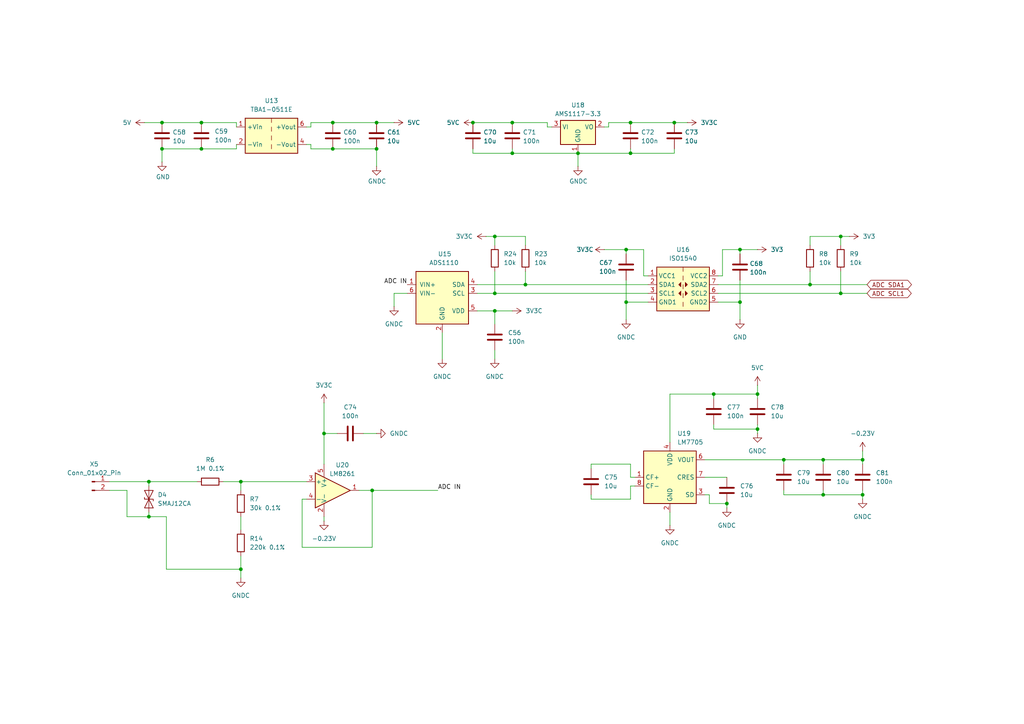
<source format=kicad_sch>
(kicad_sch (version 20250114) (generator "eeschema") (generator_version "9.0")
  (paper "A4")
  (title_block (title "Analogni ulaz 0 - 10 V") (date "2025-05-20") (rev "V1") (company "TVZ"))
  (lib_symbols
    (symbol "Amplifier_Operational:LM8261" (pin_names (offset 0.127))
      (property "Reference" "U" (at -1.27 6.35 0))
      (property "Value" "LM8261" (at -1.27 3.81 0))
      (symbol "LM8261_0_1"
        (polyline (pts (xy -5.08 5.08) (xy 5.08 0) (xy -5.08 -5.08) (xy -5.08 5.08)) (stroke (width 0.254)) (fill (type background)))
        (pin power_in line (at -2.54 7.62 270) (length 3.81) (name "V+") (number "5"))
        (pin power_in line (at -2.54 -7.62 90) (length 3.81) (name "V-") (number "2"))
      )
      (symbol "LM8261_1_1"
        (pin input line (at -7.62 2.54 0) (length 2.54) (name "+") (number "3"))
        (pin input line (at -7.62 -2.54 0) (length 2.54) (name "-") (number "4"))
        (pin output line (at 7.62 0 180) (length 2.54) (name "~") (number "1"))
      )
    )
    (symbol "Analog_ADC:ADS1110" (pin_names (offset 1.016))
      (property "Reference" "U15" (at -1.27 12.7 0))
      (property "Value" "ADS1110" (at -3.81 10.16 0))
      (symbol "ADS1110_0_1"
        (rectangle (start -7.62 7.62) (end 7.62 -7.62) (stroke (width 0.254)) (fill (type background)))
      )
      (symbol "ADS1110_1_1"
        (pin input line (at -10.16 3.81 0) (length 2.54) (name "VIN+") (number "1"))
        (pin input line (at -10.16 1.27 0) (length 2.54) (name "VIN-") (number "6"))
        (pin power_in line (at 0 -10.16 90) (length 2.54) (name "GND") (number "2"))
        (pin bidirectional line (at 10.16 3.81 180) (length 2.54) (name "SDA") (number "4"))
        (pin input line (at 10.16 1.27 180) (length 2.54) (name "SCL") (number "3"))
        (pin power_in line (at 10.16 -3.81 180) (length 2.54) (name "VDD") (number "5"))
      )
    )
    (symbol "Connector:Conn_01x02_Pin" (pin_names (offset 1.016) (hide yes))
      (property "Reference" "J" (at 0 2.54 0))
      (property "Value" "Conn_01x02_Pin" (at 0 -5.08 0))
      (symbol "Conn_01x02_Pin_1_1"
        (rectangle (start 0.8636 0.127) (end 0 -0.127) (stroke (width 0.1524)) (fill (type outline)))
        (rectangle (start 0.8636 -2.413) (end 0 -2.667) (stroke (width 0.1524)) (fill (type outline)))
        (polyline (pts (xy 1.27 0) (xy 0.8636 0)) (stroke (width 0.1524)))
        (polyline (pts (xy 1.27 -2.54) (xy 0.8636 -2.54)) (stroke (width 0.1524)))
        (pin passive line (at 5.08 0 180) (length 3.81) (name "Pin_1") (number "1"))
        (pin passive line (at 5.08 -2.54 180) (length 3.81) (name "Pin_2") (number "2"))
      )
    )
    (symbol "Converter_DCDC:TBA1-0511E"
      (property "Reference" "U" (at -6.35 6.35 0))
      (property "Value" "TBA1-0511E" (at 2.54 6.35 0))
      (symbol "TBA1-0511E_0_1"
        (rectangle (start -7.62 5.08) (end 7.62 -5.08) (stroke (width 0.254)) (fill (type background)))
        (polyline (pts (xy 0 5.08) (xy 0 3.81)))
        (polyline (pts (xy 0 2.54) (xy 0 1.27)))
        (polyline (pts (xy 0 0) (xy 0 -1.27)))
        (polyline (pts (xy 0 -2.54) (xy 0 -3.81)))
      )
      (symbol "TBA1-0511E_1_1"
        (pin power_in line (at -10.16 2.54 0) (length 2.54) (name "+Vin") (number "1"))
        (pin power_in line (at -10.16 -2.54 0) (length 2.54) (name "-Vin") (number "2"))
        (pin power_out line (at 10.16 2.54 180) (length 2.54) (name "+Vout") (number "6"))
        (pin power_out line (at 10.16 -2.54 180) (length 2.54) (name "-Vout") (number "4"))
      )
    )
    (symbol "Device:C" (pin_numbers (hide yes)) (pin_names (offset 0.254))
      (property "Reference" "C" (at 0.635 2.54 0))
      (property "Value" "C" (at 0.635 -2.54 0))
      (symbol "C_0_1"
        (polyline (pts (xy -2.032 0.762) (xy 2.032 0.762)) (stroke (width 0.508)))
        (polyline (pts (xy -2.032 -0.762) (xy 2.032 -0.762)) (stroke (width 0.508)))
      )
      (symbol "C_1_1"
        (pin passive line (at 0 3.81 270) (length 2.794) (name "~") (number "1"))
        (pin passive line (at 0 -3.81 90) (length 2.794) (name "~") (number "2"))
      )
    )
    (symbol "Device:R" (pin_numbers (hide yes)) (pin_names (offset 0))
      (property "Reference" "R" (at 2.032 0 90))
      (property "Value" "R" (at 0 0 90))
      (symbol "R_0_1"
        (rectangle (start -1.016 -2.54) (end 1.016 2.54) (stroke (width 0.254)))
      )
      (symbol "R_1_1"
        (pin passive line (at 0 3.81 270) (length 1.27) (name "~") (number "1"))
        (pin passive line (at 0 -3.81 90) (length 1.27) (name "~") (number "2"))
      )
    )
    (symbol "Diode:SMAJ12CA" (pin_numbers (hide yes)) (pin_names (offset 1.016) (hide yes))
      (property "Reference" "D" (at 0 2.54 0))
      (property "Value" "SMAJ12CA" (at 0 -2.54 0))
      (symbol "SMAJ12CA_0_1"
        (polyline (pts (xy -2.54 -1.27) (xy 0 0) (xy -2.54 1.27) (xy -2.54 -1.27)) (stroke (width 0.2032)))
        (polyline (pts (xy 0.508 1.27) (xy 0 1.27) (xy 0 -1.27) (xy -0.508 -1.27)) (stroke (width 0.2032)))
        (polyline (pts (xy 1.27 0) (xy -1.27 0)))
        (polyline (pts (xy 2.54 1.27) (xy 2.54 -1.27) (xy 0 0) (xy 2.54 1.27)) (stroke (width 0.2032)))
      )
      (symbol "SMAJ12CA_1_1"
        (pin passive line (at -3.81 0 0) (length 2.54) (name "A1") (number "1"))
        (pin passive line (at 3.81 0 180) (length 2.54) (name "A2") (number "2"))
      )
    )
    (symbol "Isolator:ISO1540"
      (property "Reference" "U" (at -6.35 6.35 0))
      (property "Value" "ISO1540" (at 3.81 6.35 0))
      (symbol "ISO1540_0_1"
        (rectangle (start -7.62 5.08) (end 7.62 -7.62) (stroke (width 0.254)) (fill (type background)))
        (polyline (pts (xy -0.635 0.635) (xy -1.27 0) (xy -0.635 -0.635) (xy -0.635 0.635)) (fill (type outline)))
        (polyline (pts (xy 0 5.08) (xy 0 3.81)))
        (polyline (pts (xy 0 2.54) (xy 0 1.27)))
        (polyline (pts (xy 0 0) (xy 0 -1.27)))
        (polyline (pts (xy 0 -2.54) (xy 0 -3.81)))
        (rectangle (start 0 -5.08) (end 0 -6.35))
        (polyline (pts (xy 0.635 0.635) (xy 1.27 0) (xy 0.635 -0.635) (xy 0.635 0.635)) (fill (type outline)))
        (polyline (pts (xy 0.635 -1.905) (xy 1.27 -2.54) (xy 0.635 -3.175) (xy 0.635 -1.905)) (fill (type outline)))
      )
      (symbol "ISO1540_1_1"
        (polyline (pts (xy -0.635 -1.905) (xy -1.27 -2.54) (xy -0.635 -3.175) (xy -0.635 -1.905)) (fill (type outline)))
        (pin power_in line (at -10.16 2.54 0) (length 2.54) (name "VCC1") (number "1"))
        (pin bidirectional line (at -10.16 0 0) (length 2.54) (name "SDA1") (number "2"))
        (pin bidirectional line (at -10.16 -2.54 0) (length 2.54) (name "SCL1") (number "3"))
        (pin power_in line (at -10.16 -5.08 0) (length 2.54) (name "GND1") (number "4"))
        (pin power_in line (at 10.16 2.54 180) (length 2.54) (name "VCC2") (number "8"))
        (pin bidirectional line (at 10.16 0 180) (length 2.54) (name "SDA2") (number "7"))
        (pin bidirectional line (at 10.16 -2.54 180) (length 2.54) (name "SCL2") (number "6"))
        (pin power_in line (at 10.16 -5.08 180) (length 2.54) (name "GND2") (number "5"))
      )
    )
    (symbol "Regulator_Linear:AMS1117-3.3"
      (property "Reference" "U" (at -3.81 3.175 0))
      (property "Value" "AMS1117-3.3" (at 0 3.175 0))
      (symbol "AMS1117-3.3_0_1"
        (rectangle (start -5.08 -5.08) (end 5.08 1.905) (stroke (width 0.254)) (fill (type background)))
      )
      (symbol "AMS1117-3.3_1_1"
        (pin power_in line (at -7.62 0 0) (length 2.54) (name "VI") (number "3"))
        (pin power_in line (at 0 -7.62 90) (length 2.54) (name "GND") (number "1"))
        (pin power_out line (at 7.62 0 180) (length 2.54) (name "VO") (number "2"))
      )
    )
    (symbol "Regulator_SwitchedCapacitor:LM7705"
      (property "Reference" "U19" (at 2.1433 12.7 0))
      (property "Value" "LM7705" (at 2.1433 10.16 0))
      (symbol "LM7705_0_1"
        (rectangle (start -7.62 7.62) (end 7.62 -7.62) (stroke (width 0.254)) (fill (type background)))
      )
      (symbol "LM7705_1_1"
        (pin passive line (at -10.16 0 0) (length 2.54) (name "CF+") (number "1"))
        (pin passive line (at -10.16 -2.54 0) (length 2.54) (name "CF-") (number "8"))
        (pin power_in line (at 0 10.16 270) (length 2.54) (name "VDD") (number "4"))
        (pin power_in line (at 0 -10.16 90) (length 2.54) (name "GND") (number "2"))
        (pin passive line (at 0 -10.16 90) (length 2.54) (hide yes) (name "GND") (number "5"))
        (pin power_out line (at 10.16 5.08 180) (length 2.54) (name "VOUT") (number "6"))
        (pin passive line (at 10.16 0 180) (length 2.54) (name "CRES") (number "7"))
        (pin input line (at 10.16 -5.08 180) (length 2.54) (name "SD") (number "3"))
      )
    )
    (symbol "power:+1V0" (power) (pin_numbers (hide yes)) (pin_names (offset 0) (hide yes))
      (property "Value" "+1V0" (at 0 3.556 0))
      (symbol "+1V0_0_1"
        (polyline (pts (xy -0.762 1.27) (xy 0 2.54)))
        (polyline (pts (xy 0 2.54) (xy 0.762 1.27)))
        (polyline (pts (xy 0 0) (xy 0 2.54)))
      )
      (symbol "+1V0_1_1"
        (pin power_in line (at 0 0 90) (length 0) (name "~") (number "1"))
      )
    )
    (symbol "power:+24V" (power) (pin_numbers (hide yes)) (pin_names (offset 0) (hide yes))
      (property "Value" "+24V" (at 0 3.556 0))
      (symbol "+24V_0_1"
        (polyline (pts (xy -0.762 1.27) (xy 0 2.54)))
        (polyline (pts (xy 0 2.54) (xy 0.762 1.27)))
        (polyline (pts (xy 0 0) (xy 0 2.54)))
      )
      (symbol "+24V_1_1"
        (pin power_in line (at 0 0 90) (length 0) (name "~") (number "1"))
      )
    )
    (symbol "power:+5V" (power) (pin_numbers (hide yes)) (pin_names (offset 0) (hide yes))
      (property "Value" "+5V" (at 0 3.556 0))
      (symbol "+5V_0_1"
        (polyline (pts (xy -0.762 1.27) (xy 0 2.54)))
        (polyline (pts (xy 0 2.54) (xy 0.762 1.27)))
        (polyline (pts (xy 0 0) (xy 0 2.54)))
      )
      (symbol "+5V_1_1"
        (pin power_in line (at 0 0 90) (length 0) (name "~") (number "1"))
      )
    )
    (symbol "power:GND" (power) (pin_numbers (hide yes)) (pin_names (offset 0) (hide yes))
      (property "Value" "GND" (at 0 -3.81 0))
      (symbol "GND_0_1"
        (polyline (pts (xy 0 0) (xy 0 -1.27) (xy 1.27 -1.27) (xy 0 -2.54) (xy -1.27 -1.27) (xy 0 -1.27)))
      )
      (symbol "GND_1_1"
        (pin power_in line (at 0 0 270) (length 0) (name "~") (number "1"))
      )
    )
    (symbol "power:GND2" (power) (pin_numbers (hide yes)) (pin_names (offset 0) (hide yes))
      (property "Value" "GND2" (at 0 -3.81 0))
      (symbol "GND2_0_1"
        (polyline (pts (xy 0 0) (xy 0 -1.27) (xy 1.27 -1.27) (xy 0 -2.54) (xy -1.27 -1.27) (xy 0 -1.27)))
      )
      (symbol "GND2_1_1"
        (pin power_in line (at 0 0 270) (length 0) (name "~") (number "1"))
      )
    )
  )
  (junction (at 96.52 35.56))
  (junction (at 250.19 143.51))
  (junction (at 96.52 43.18))
  (junction (at 182.88 35.56))
  (junction (at 43.18 149.86))
  (junction (at 214.63 87.63))
  (junction (at 227.33 133.35))
  (junction (at 182.88 44.45))
  (junction (at 214.63 72.39))
  (junction (at 195.58 35.56))
  (junction (at 250.19 133.35))
  (junction (at 238.76 143.51))
  (junction (at 234.95 82.55))
  (junction (at 143.51 90.17))
  (junction (at 46.99 35.56))
  (junction (at 167.64 44.45))
  (junction (at 219.71 124.46))
  (junction (at 243.84 85.09))
  (junction (at 238.76 133.35))
  (junction (at 243.84 68.58))
  (junction (at 109.22 35.56))
  (junction (at 143.51 68.58))
  (junction (at 148.59 44.45))
  (junction (at 137.16 35.56))
  (junction (at 46.99 43.18))
  (junction (at 181.61 72.39))
  (junction (at 43.18 139.7))
  (junction (at 93.98 125.73))
  (junction (at 210.82 146.05))
  (junction (at 143.51 85.09))
  (junction (at 69.85 165.1))
  (junction (at 181.61 87.63))
  (junction (at 69.85 139.7))
  (junction (at 109.22 43.18))
  (junction (at 58.42 43.18))
  (junction (at 148.59 35.56))
  (junction (at 152.4 82.55))
  (junction (at 207.01 114.3))
  (junction (at 58.42 35.56))
  (junction (at 219.71 114.3))
  (junction (at 107.95 142.24))
  (wire (pts (xy 176.53 35.56) (xy 182.88 35.56)))
  (wire (pts (xy 152.4 68.58) (xy 143.51 68.58)))
  (wire (pts (xy 48.26 165.1) (xy 69.85 165.1)))
  (wire (pts (xy 234.95 68.58) (xy 243.84 68.58)))
  (wire (pts (xy 41.91 35.56) (xy 46.99 35.56)))
  (wire (pts (xy 107.95 142.24) (xy 127 142.24)))
  (wire (pts (xy 114.3 88.9) (xy 114.3 85.09)))
  (wire (pts (xy 31.75 142.24) (xy 36.83 142.24)))
  (wire (pts (xy 219.71 114.3) (xy 219.71 115.57)))
  (wire (pts (xy 43.18 149.86) (xy 43.18 148.59)))
  (wire (pts (xy 182.88 144.78) (xy 182.88 140.97)))
  (wire (pts (xy 250.19 133.35) (xy 238.76 133.35)))
  (wire (pts (xy 204.47 133.35) (xy 227.33 133.35)))
  (wire (pts (xy 138.43 90.17) (xy 143.51 90.17)))
  (wire (pts (xy 251.46 82.55) (xy 234.95 82.55)))
  (wire (pts (xy 36.83 142.24) (xy 36.83 149.86)))
  (wire (pts (xy 160.02 36.83) (xy 158.75 36.83)))
  (wire (pts (xy 187.96 80.01) (xy 186.69 80.01)))
  (wire (pts (xy 69.85 165.1) (xy 69.85 167.64)))
  (wire (pts (xy 175.26 36.83) (xy 176.53 36.83)))
  (wire (pts (xy 43.18 139.7) (xy 57.15 139.7)))
  (wire (pts (xy 243.84 68.58) (xy 243.84 71.12)))
  (wire (pts (xy 243.84 68.58) (xy 246.38 68.58)))
  (wire (pts (xy 250.19 130.81) (xy 250.19 133.35)))
  (wire (pts (xy 171.45 144.78) (xy 182.88 144.78)))
  (wire (pts (xy 48.26 149.86) (xy 48.26 165.1)))
  (wire (pts (xy 194.31 148.59) (xy 194.31 152.4)))
  (wire (pts (xy 88.9 144.78) (xy 87.63 144.78)))
  (wire (pts (xy 243.84 85.09) (xy 208.28 85.09)))
  (wire (pts (xy 46.99 43.18) (xy 46.99 46.99)))
  (wire (pts (xy 152.4 82.55) (xy 187.96 82.55)))
  (wire (pts (xy 182.88 43.18) (xy 182.88 44.45)))
  (wire (pts (xy 31.75 139.7) (xy 43.18 139.7)))
  (wire (pts (xy 87.63 158.75) (xy 107.95 158.75)))
  (wire (pts (xy 69.85 139.7) (xy 69.85 142.24)))
  (wire (pts (xy 87.63 144.78) (xy 87.63 158.75)))
  (wire (pts (xy 209.55 80.01) (xy 209.55 72.39)))
  (wire (pts (xy 46.99 43.18) (xy 58.42 43.18)))
  (wire (pts (xy 182.88 44.45) (xy 195.58 44.45)))
  (wire (pts (xy 148.59 44.45) (xy 167.64 44.45)))
  (wire (pts (xy 204.47 138.43) (xy 210.82 138.43)))
  (wire (pts (xy 90.17 43.18) (xy 96.52 43.18)))
  (wire (pts (xy 209.55 72.39) (xy 214.63 72.39)))
  (wire (pts (xy 167.64 44.45) (xy 182.88 44.45)))
  (wire (pts (xy 152.4 78.74) (xy 152.4 82.55)))
  (wire (pts (xy 58.42 43.18) (xy 68.58 43.18)))
  (wire (pts (xy 250.19 143.51) (xy 250.19 144.78)))
  (wire (pts (xy 109.22 43.18) (xy 109.22 48.26)))
  (wire (pts (xy 214.63 72.39) (xy 219.71 72.39)))
  (wire (pts (xy 207.01 114.3) (xy 207.01 115.57)))
  (wire (pts (xy 187.96 87.63) (xy 181.61 87.63)))
  (wire (pts (xy 207.01 124.46) (xy 207.01 123.19)))
  (wire (pts (xy 88.9 41.91) (xy 90.17 41.91)))
  (wire (pts (xy 208.28 82.55) (xy 234.95 82.55)))
  (wire (pts (xy 69.85 139.7) (xy 88.9 139.7)))
  (wire (pts (xy 158.75 35.56) (xy 148.59 35.56)))
  (wire (pts (xy 114.3 85.09) (xy 118.11 85.09)))
  (wire (pts (xy 69.85 149.86) (xy 69.85 153.67)))
  (wire (pts (xy 238.76 143.51) (xy 250.19 143.51)))
  (wire (pts (xy 143.51 78.74) (xy 143.51 85.09)))
  (wire (pts (xy 96.52 43.18) (xy 109.22 43.18)))
  (wire (pts (xy 104.14 142.24) (xy 107.95 142.24)))
  (wire (pts (xy 143.51 68.58) (xy 143.51 71.12)))
  (wire (pts (xy 137.16 35.56) (xy 148.59 35.56)))
  (wire (pts (xy 96.52 35.56) (xy 109.22 35.56)))
  (wire (pts (xy 227.33 134.62) (xy 227.33 133.35)))
  (wire (pts (xy 195.58 43.18) (xy 195.58 44.45)))
  (wire (pts (xy 109.22 35.56) (xy 114.3 35.56)))
  (wire (pts (xy 69.85 165.1) (xy 69.85 161.29)))
  (wire (pts (xy 107.95 142.24) (xy 107.95 158.75)))
  (wire (pts (xy 171.45 143.51) (xy 171.45 144.78)))
  (wire (pts (xy 138.43 85.09) (xy 143.51 85.09)))
  (wire (pts (xy 143.51 90.17) (xy 148.59 90.17)))
  (wire (pts (xy 171.45 134.62) (xy 171.45 135.89)))
  (wire (pts (xy 181.61 81.28) (xy 181.61 87.63)))
  (wire (pts (xy 227.33 143.51) (xy 238.76 143.51)))
  (wire (pts (xy 93.98 149.86) (xy 93.98 151.13)))
  (wire (pts (xy 182.88 35.56) (xy 195.58 35.56)))
  (wire (pts (xy 43.18 140.97) (xy 43.18 139.7)))
  (wire (pts (xy 214.63 87.63) (xy 208.28 87.63)))
  (wire (pts (xy 68.58 43.18) (xy 68.58 41.91)))
  (wire (pts (xy 90.17 36.83) (xy 90.17 35.56)))
  (wire (pts (xy 90.17 35.56) (xy 96.52 35.56)))
  (wire (pts (xy 205.74 143.51) (xy 205.74 146.05)))
  (wire (pts (xy 68.58 35.56) (xy 68.58 36.83)))
  (wire (pts (xy 227.33 142.24) (xy 227.33 143.51)))
  (wire (pts (xy 58.42 35.56) (xy 68.58 35.56)))
  (wire (pts (xy 93.98 125.73) (xy 93.98 134.62)))
  (wire (pts (xy 219.71 123.19) (xy 219.71 124.46)))
  (wire (pts (xy 109.22 125.73) (xy 105.41 125.73)))
  (wire (pts (xy 181.61 87.63) (xy 181.61 92.71)))
  (wire (pts (xy 204.47 143.51) (xy 205.74 143.51)))
  (wire (pts (xy 195.58 35.56) (xy 199.39 35.56)))
  (wire (pts (xy 88.9 36.83) (xy 90.17 36.83)))
  (wire (pts (xy 186.69 80.01) (xy 186.69 72.39)))
  (wire (pts (xy 43.18 149.86) (xy 48.26 149.86)))
  (wire (pts (xy 143.51 101.6) (xy 143.51 104.14)))
  (wire (pts (xy 234.95 71.12) (xy 234.95 68.58)))
  (wire (pts (xy 214.63 81.28) (xy 214.63 87.63)))
  (wire (pts (xy 182.88 138.43) (xy 184.15 138.43)))
  (wire (pts (xy 140.97 68.58) (xy 143.51 68.58)))
  (wire (pts (xy 210.82 146.05) (xy 210.82 147.32)))
  (wire (pts (xy 176.53 36.83) (xy 176.53 35.56)))
  (wire (pts (xy 214.63 72.39) (xy 214.63 73.66)))
  (wire (pts (xy 181.61 72.39) (xy 181.61 73.66)))
  (wire (pts (xy 64.77 139.7) (xy 69.85 139.7)))
  (wire (pts (xy 175.26 72.39) (xy 181.61 72.39)))
  (wire (pts (xy 137.16 43.18) (xy 137.16 44.45)))
  (wire (pts (xy 36.83 149.86) (xy 43.18 149.86)))
  (wire (pts (xy 214.63 92.71) (xy 214.63 87.63)))
  (wire (pts (xy 227.33 133.35) (xy 238.76 133.35)))
  (wire (pts (xy 158.75 36.83) (xy 158.75 35.56)))
  (wire (pts (xy 143.51 90.17) (xy 143.51 93.98)))
  (wire (pts (xy 152.4 71.12) (xy 152.4 68.58)))
  (wire (pts (xy 97.79 125.73) (xy 93.98 125.73)))
  (wire (pts (xy 207.01 114.3) (xy 219.71 114.3)))
  (wire (pts (xy 238.76 142.24) (xy 238.76 143.51)))
  (wire (pts (xy 171.45 134.62) (xy 182.88 134.62)))
  (wire (pts (xy 181.61 72.39) (xy 186.69 72.39)))
  (wire (pts (xy 250.19 134.62) (xy 250.19 133.35)))
  (wire (pts (xy 234.95 78.74) (xy 234.95 82.55)))
  (wire (pts (xy 194.31 128.27) (xy 194.31 114.3)))
  (wire (pts (xy 93.98 116.84) (xy 93.98 125.73)))
  (wire (pts (xy 219.71 124.46) (xy 219.71 125.73)))
  (wire (pts (xy 46.99 35.56) (xy 58.42 35.56)))
  (wire (pts (xy 128.27 96.52) (xy 128.27 104.14)))
  (wire (pts (xy 138.43 82.55) (xy 152.4 82.55)))
  (wire (pts (xy 148.59 43.18) (xy 148.59 44.45)))
  (wire (pts (xy 182.88 140.97) (xy 184.15 140.97)))
  (wire (pts (xy 251.46 85.09) (xy 243.84 85.09)))
  (wire (pts (xy 182.88 134.62) (xy 182.88 138.43)))
  (wire (pts (xy 194.31 114.3) (xy 207.01 114.3)))
  (wire (pts (xy 250.19 142.24) (xy 250.19 143.51)))
  (wire (pts (xy 137.16 44.45) (xy 148.59 44.45)))
  (wire (pts (xy 208.28 80.01) (xy 209.55 80.01)))
  (wire (pts (xy 207.01 124.46) (xy 219.71 124.46)))
  (wire (pts (xy 238.76 133.35) (xy 238.76 134.62)))
  (wire (pts (xy 219.71 111.76) (xy 219.71 114.3)))
  (wire (pts (xy 143.51 85.09) (xy 187.96 85.09)))
  (wire (pts (xy 243.84 78.74) (xy 243.84 85.09)))
  (wire (pts (xy 205.74 146.05) (xy 210.82 146.05)))
  (wire (pts (xy 90.17 41.91) (xy 90.17 43.18)))
  (wire (pts (xy 167.64 44.45) (xy 167.64 48.26)))
  (label "ADC IN" (at 118.11 82.55 180))
  (label "ADC IN" (at 127 142.24 0))
  (global_label "ADC SDA1" (shape bidirectional) (at 251.46 82.55 0) (property "Intersheetrefs" "${INTERSHEET_REFS}" (effects (hide yes))))
  (global_label "ADC SCL1" (shape bidirectional) (at 251.46 85.09 0) (property "Intersheetrefs" "${INTERSHEET_REFS}" (effects (hide yes))))
  (symbol (lib_id "Connector:Conn_01x02_Pin") (at 26.67 139.7 0) (unit 1)
    (property "Reference" "X5" (at 27.305 134.62 0))
    (property "Value" "Conn_01x02_Pin" (at 27.305 137.16 0))
    (property "Footprint" "Connector_Phoenix_GMSTB:PhoenixContact_GMSTBA_2,5_2-G-7,62_1x02_P7.62mm_Horizontal" (effects (hide yes)))
    (property "Description" "Generic connector, single row, 01x02, script generated" (effects (hide yes)))
  )
  (symbol (lib_id "power:GND") (at 210.82 147.32 0) (unit 1)
    (property "Reference" "#PWR097" (effects (hide yes)))
    (property "Value" "GNDC" (at 210.82 152.4 0))
    (property "Description" "Power symbol creates a global label with name \"GND\" , ground" (effects (hide yes)))
  )
  (symbol (lib_id "power:GND") (at 128.27 104.14 0) (unit 1)
    (property "Reference" "#PWR082" (effects (hide yes)))
    (property "Value" "GNDC" (at 128.27 109.22 0))
    (property "Description" "Power symbol creates a global label with name \"GND\" , ground" (effects (hide yes)))
  )
  (symbol (lib_id "power:GND") (at 143.51 104.14 0) (unit 1)
    (property "Reference" "#PWR084" (effects (hide yes)))
    (property "Value" "GNDC" (at 143.51 109.22 0))
    (property "Description" "Power symbol creates a global label with name \"GND\" , ground" (effects (hide yes)))
  )
  (symbol (lib_id "power:+24V") (at 93.98 116.84 0) (unit 1)
    (property "Reference" "#PWR095" (effects (hide yes)))
    (property "Value" "3V3C" (at 93.98 111.76 0))
    (property "Description" "Power symbol creates a global label with name \"+24V\"" (effects (hide yes)))
  )
  (symbol (lib_id "Device:C") (at 207.01 119.38 180) (unit 1)
    (property "Reference" "C77" (at 210.82 118.1099 0) (effects (justify right)))
    (property "Value" "100n" (at 210.82 120.6499 0) (effects (justify right)))
    (property "Footprint" "Capacitor_SMD:C_1206_3216Metric_Pad1.33x1.80mm_HandSolder" (effects (hide yes)))
    (property "Description" "Unpolarized capacitor" (effects (hide yes)))
  )
  (symbol (lib_id "Regulator_SwitchedCapacitor:LM7705") (at 194.31 138.43 0) (unit 1)
    (property "Reference" "U19" (at 196.4533 125.73 0) (effects (justify left)))
    (property "Value" "LM7705" (at 196.4533 128.27 0) (effects (justify left)))
    (property "Footprint" "Package_SO:VSSOP-8_3x3mm_P0.65mm" (effects (hide yes)))
    (property "Datasheet" "http://www.ti.com/lit/ds/symlink/lm7705.pdf" (effects (hide yes)))
    (property "Description" "Negative bias generator, low-noise, 3-5.25V input, -0.232V fixed output, VSSOP-8" (effects (hide yes)))
  )
  (symbol (lib_id "Device:C") (at 181.61 77.47 0) (unit 1)
    (property "Reference" "C67" (at 173.736 76.2 0) (effects (justify left)))
    (property "Value" "100n" (at 173.736 78.74 0) (effects (justify left)))
    (property "Footprint" "Capacitor_SMD:C_1206_3216Metric_Pad1.33x1.80mm_HandSolder" (effects (hide yes)))
    (property "Description" "Unpolarized capacitor" (effects (hide yes)))
  )
  (symbol (lib_id "Diode:SMAJ12CA") (at 43.18 144.78 90) (unit 1)
    (property "Reference" "D4" (at 45.72 143.5099 90) (effects (justify right)))
    (property "Value" "SMAJ12CA" (at 45.72 146.0499 90) (effects (justify right)))
    (property "Footprint" "Diode_SMD:D_SMA" (effects (hide yes)))
    (property "Datasheet" "https://www.littelfuse.com/media?resourcetype=datasheets&itemid=75e32973-b177-4ee3-a0ff-cedaf1abdb93&filename=smaj-datasheet" (effects (hide yes)))
    (property "Description" "400W bidirectional Transient Voltage Suppressor, 12.0Vr, SMA(DO-214AC)" (effects (hide yes)))
  )
  (symbol (lib_id "Device:C") (at 109.22 39.37 180) (unit 1)
    (property "Reference" "C61" (at 112.268 38.354 0) (effects (justify right)))
    (property "Value" "10u" (at 112.268 40.894 0) (effects (justify right)))
    (property "Footprint" "Capacitor_SMD:C_1206_3216Metric_Pad1.33x1.80mm_HandSolder" (effects (hide yes)))
    (property "Description" "Unpolarized capacitor" (effects (hide yes)))
  )
  (symbol (lib_id "power:GND2") (at 109.22 48.26 0) (unit 1)
    (property "Reference" "#PWR074" (effects (hide yes)))
    (property "Value" "GNDC" (at 106.68 52.578 0) (effects (justify left)))
    (property "Description" "Power symbol creates a global label with name \"GND2\" , ground" (effects (hide yes)))
  )
  (symbol (lib_id "power:+1V0") (at 250.19 130.81 0) (unit 1)
    (property "Reference" "#PWR080" (effects (hide yes)))
    (property "Value" "-0.23V" (at 250.19 125.73 0))
    (property "Description" "Power symbol creates a global label with name \"+1V0\"" (effects (hide yes)))
  )
  (symbol (lib_id "Device:R") (at 143.51 74.93 0) (unit 1)
    (property "Reference" "R24" (at 146.05 73.6599 0) (effects (justify left)))
    (property "Value" "10k" (at 146.05 76.1999 0) (effects (justify left)))
    (property "Footprint" "Resistor_SMD:R_0805_2012Metric_Pad1.20x1.40mm_HandSolder" (effects (hide yes)))
    (property "Description" "Resistor" (effects (hide yes)))
  )
  (symbol (lib_id "power:GND2") (at 46.99 46.99 0) (unit 1)
    (property "Reference" "#PWR073" (effects (hide yes)))
    (property "Value" "GND" (at 45.212 51.308 0) (effects (justify left)))
    (property "Description" "Power symbol creates a global label with name \"GND2\" , ground" (effects (hide yes)))
  )
  (symbol (lib_id "power:GND") (at 93.98 151.13 0) (unit 1)
    (property "Reference" "#PWR0101" (effects (hide yes)))
    (property "Value" "-0.23V" (at 93.98 156.21 0))
    (property "Description" "Power symbol creates a global label with name \"GND\" , ground" (effects (hide yes)))
  )
  (symbol (lib_id "Device:C") (at 46.99 39.37 180) (unit 1)
    (property "Reference" "C58" (at 50.038 38.354 0) (effects (justify right)))
    (property "Value" "10u" (at 50.038 40.894 0) (effects (justify right)))
    (property "Footprint" "Capacitor_SMD:C_1206_3216Metric_Pad1.33x1.80mm_HandSolder" (effects (hide yes)))
    (property "Description" "Unpolarized capacitor" (effects (hide yes)))
  )
  (symbol (lib_id "Converter_DCDC:TBA1-0511E") (at 78.74 39.37 0) (unit 1)
    (property "Reference" "U13" (at 78.74 29.21 0))
    (property "Value" "TBA1-0511E" (at 78.74 31.75 0))
    (property "Footprint" "Converter_DCDC:Converter_DCDC_TRACO_TBA1-xxxxE_Single_THT" (effects (hide yes)))
    (property "Datasheet" "https://www.tracopower.com/products/tba1e.pdf" (effects (hide yes)))
    (property "Description" "1W DC/DC converter unregulated, 4.5-5.5V input, 5V fixed output voltage, 200mA output, 1.5kVDC isolation, SIP-7" (effects (hide yes)))
  )
  (symbol (lib_id "power:+24V") (at 140.97 68.58 90) (unit 1)
    (property "Reference" "#PWR063" (effects (hide yes)))
    (property "Value" "3V3C" (at 137.16 68.5799 90) (effects (justify left)))
    (property "Description" "Power symbol creates a global label with name \"+24V\"" (effects (hide yes)))
  )
  (symbol (lib_id "power:+24V") (at 148.59 90.17 270) (unit 1)
    (property "Reference" "#PWR083" (effects (hide yes)))
    (property "Value" "3V3C" (at 152.4 90.1699 90) (effects (justify left)))
    (property "Description" "Power symbol creates a global label with name \"+24V\"" (effects (hide yes)))
  )
  (symbol (lib_id "power:GND") (at 219.71 125.73 0) (unit 1)
    (property "Reference" "#PWR098" (effects (hide yes)))
    (property "Value" "GNDC" (at 219.71 130.81 0))
    (property "Description" "Power symbol creates a global label with name \"GND\" , ground" (effects (hide yes)))
  )
  (symbol (lib_id "Device:C") (at 210.82 142.24 180) (unit 1)
    (property "Reference" "C76" (at 214.63 140.9699 0) (effects (justify right)))
    (property "Value" "10u" (at 214.63 143.5099 0) (effects (justify right)))
    (property "Footprint" "Capacitor_SMD:C_1206_3216Metric_Pad1.33x1.80mm_HandSolder" (effects (hide yes)))
    (property "Description" "Unpolarized capacitor" (effects (hide yes)))
  )
  (symbol (lib_id "power:+24V") (at 219.71 111.76 0) (unit 1)
    (property "Reference" "#PWR061" (effects (hide yes)))
    (property "Value" "5VC" (at 219.71 106.68 0))
    (property "Description" "Power symbol creates a global label with name \"+24V\"" (effects (hide yes)))
  )
  (symbol (lib_id "power:+5V") (at 41.91 35.56 90) (unit 1)
    (property "Reference" "#PWR072" (effects (hide yes)))
    (property "Value" "5V" (at 38.1 35.5599 90) (effects (justify left)))
    (property "Description" "Power symbol creates a global label with name \"+5V\"" (effects (hide yes)))
  )
  (symbol (lib_id "Analog_ADC:ADS1110") (at 128.27 86.36 0) (unit 1)
    (property "Reference" "U15" (at 127 73.66 0) (effects (justify left)))
    (property "Value" "ADS1110" (at 124.46 76.2 0) (effects (justify left)))
    (property "Footprint" "Package_TO_SOT_SMD:SOT-23-6" (effects (hide yes)))
    (property "Datasheet" "http://www.ti.com/lit/ds/symlink/ads1110.pdf" (effects (hide yes)))
    (property "Description" "16 Bit Analog to Digital converter with on board reference" (effects (hide yes)))
  )
  (symbol (lib_id "power:GND") (at 181.61 92.71 0) (unit 1)
    (property "Reference" "#PWR085" (effects (hide yes)))
    (property "Value" "GNDC" (at 181.61 97.79 0))
    (property "Description" "Power symbol creates a global label with name \"GND\" , ground" (effects (hide yes)))
  )
  (symbol (lib_id "power:+24V") (at 137.16 35.56 90) (unit 1)
    (property "Reference" "#PWR090" (effects (hide yes)))
    (property "Value" "5VC" (at 133.35 35.5599 90) (effects (justify left)))
    (property "Description" "Power symbol creates a global label with name \"+24V\"" (effects (hide yes)))
  )
  (symbol (lib_id "Device:R") (at 60.96 139.7 90) (unit 1)
    (property "Reference" "R6" (at 60.96 133.35 90))
    (property "Value" "1M 0.1%" (at 60.96 135.89 90))
    (property "Footprint" "Resistor_SMD:R_0805_2012Metric_Pad1.20x1.40mm_HandSolder" (effects (hide yes)))
    (property "Description" "Resistor" (effects (hide yes)))
  )
  (symbol (lib_id "power:GND2") (at 167.64 48.26 0) (unit 1)
    (property "Reference" "#PWR091" (effects (hide yes)))
    (property "Value" "GNDC" (at 165.1 52.578 0) (effects (justify left)))
    (property "Description" "Power symbol creates a global label with name \"GND2\" , ground" (effects (hide yes)))
  )
  (symbol (lib_id "Device:C") (at 250.19 138.43 180) (unit 1)
    (property "Reference" "C81" (at 254 137.1599 0) (effects (justify right)))
    (property "Value" "100n" (at 254 139.6999 0) (effects (justify right)))
    (property "Footprint" "Capacitor_SMD:C_1206_3216Metric_Pad1.33x1.80mm_HandSolder" (effects (hide yes)))
    (property "Description" "Unpolarized capacitor" (effects (hide yes)))
  )
  (symbol (lib_id "power:+24V") (at 219.71 72.39 270) (unit 1)
    (property "Reference" "#PWR089" (effects (hide yes)))
    (property "Value" "3V3" (at 223.52 72.3899 90) (effects (justify left)))
    (property "Description" "Power symbol creates a global label with name \"+24V\"" (effects (hide yes)))
  )
  (symbol (lib_id "power:GND") (at 109.22 125.73 90) (unit 1)
    (property "Reference" "#PWR094" (effects (hide yes)))
    (property "Value" "GNDC" (at 113.03 125.7299 90) (effects (justify right)))
    (property "Description" "Power symbol creates a global label with name \"GND\" , ground" (effects (hide yes)))
  )
  (symbol (lib_id "Device:R") (at 69.85 146.05 180) (unit 1)
    (property "Reference" "R7" (at 72.39 144.7799 0) (effects (justify right)))
    (property "Value" "30k 0.1%" (at 72.39 147.3199 0) (effects (justify right)))
    (property "Footprint" "Resistor_SMD:R_0805_2012Metric_Pad1.20x1.40mm_HandSolder" (effects (hide yes)))
    (property "Description" "Resistor" (effects (hide yes)))
  )
  (symbol (lib_id "power:GND") (at 114.3 88.9 0) (unit 1)
    (property "Reference" "#PWR0102" (effects (hide yes)))
    (property "Value" "GNDC" (at 114.3 93.98 0))
    (property "Description" "Power symbol creates a global label with name \"GND\" , ground" (effects (hide yes)))
  )
  (symbol (lib_id "power:+24V") (at 114.3 35.56 270) (unit 1)
    (property "Reference" "#PWR075" (effects (hide yes)))
    (property "Value" "5VC" (at 118.11 35.5599 90) (effects (justify left)))
    (property "Description" "Power symbol creates a global label with name \"+24V\"" (effects (hide yes)))
  )
  (symbol (lib_id "Device:R") (at 152.4 74.93 0) (unit 1)
    (property "Reference" "R23" (at 154.94 73.6599 0) (effects (justify left)))
    (property "Value" "10k" (at 154.94 76.1999 0) (effects (justify left)))
    (property "Footprint" "Resistor_SMD:R_0805_2012Metric_Pad1.20x1.40mm_HandSolder" (effects (hide yes)))
    (property "Description" "Resistor" (effects (hide yes)))
  )
  (symbol (lib_id "power:GND") (at 250.19 144.78 0) (unit 1)
    (property "Reference" "#PWR099" (effects (hide yes)))
    (property "Value" "GNDC" (at 250.19 149.86 0))
    (property "Description" "Power symbol creates a global label with name \"GND\" , ground" (effects (hide yes)))
  )
  (symbol (lib_id "Device:C") (at 195.58 39.37 180) (unit 1)
    (property "Reference" "C73" (at 198.628 38.354 0) (effects (justify right)))
    (property "Value" "10u" (at 198.628 40.894 0) (effects (justify right)))
    (property "Footprint" "Capacitor_SMD:C_1206_3216Metric_Pad1.33x1.80mm_HandSolder" (effects (hide yes)))
    (property "Description" "Unpolarized capacitor" (effects (hide yes)))
  )
  (symbol (lib_id "Amplifier_Operational:LM8261") (at 96.52 142.24 0) (unit 1)
    (property "Reference" "U20" (at 99.314 134.874 0))
    (property "Value" "LM8261" (at 99.314 137.414 0))
    (property "Footprint" "Package_TO_SOT_SMD:SOT-23-5" (effects (hide yes)))
    (property "Datasheet" "https://www.ti.com/lit/ds/symlink/lm8261.pdf" (effects (hide yes)))
    (property "Description" "Single Opamp, Rail-to-Rail Input/Output, Unlimited Capacitive Load Drive, +53mA/-75mA Output Current, 2.5-30V, 350uV offset, 12MHz GBW, SOT-23-5" (effects (hide yes)))
  )
  (symbol (lib_id "Device:C") (at 171.45 139.7 180) (unit 1)
    (property "Reference" "C75" (at 175.26 138.4299 0) (effects (justify right)))
    (property "Value" "10u" (at 175.26 140.9699 0) (effects (justify right)))
    (property "Footprint" "Capacitor_SMD:C_1206_3216Metric_Pad1.33x1.80mm_HandSolder" (effects (hide yes)))
    (property "Description" "Unpolarized capacitor" (effects (hide yes)))
  )
  (symbol (lib_id "Device:C") (at 143.51 97.79 0) (unit 1)
    (property "Reference" "C56" (at 147.32 96.5199 0) (effects (justify left)))
    (property "Value" "100n" (at 147.32 99.0599 0) (effects (justify left)))
    (property "Footprint" "Capacitor_SMD:C_1206_3216Metric_Pad1.33x1.80mm_HandSolder" (effects (hide yes)))
    (property "Description" "Unpolarized capacitor" (effects (hide yes)))
  )
  (symbol (lib_id "power:GND") (at 214.63 92.71 0) (unit 1)
    (property "Reference" "#PWR086" (effects (hide yes)))
    (property "Value" "GND" (at 214.63 97.79 0))
    (property "Description" "Power symbol creates a global label with name \"GND\" , ground" (effects (hide yes)))
  )
  (symbol (lib_id "Device:C") (at 58.42 39.37 180) (unit 1)
    (property "Reference" "C59" (at 62.23 38.0999 0) (effects (justify right)))
    (property "Value" "100n" (at 62.23 40.6399 0) (effects (justify right)))
    (property "Footprint" "Capacitor_SMD:C_1206_3216Metric_Pad1.33x1.80mm_HandSolder" (effects (hide yes)))
    (property "Description" "Unpolarized capacitor" (effects (hide yes)))
  )
  (symbol (lib_id "power:GND") (at 69.85 167.64 0) (unit 1)
    (property "Reference" "#PWR093" (effects (hide yes)))
    (property "Value" "GNDC" (at 69.85 172.72 0))
    (property "Description" "Power symbol creates a global label with name \"GND\" , ground" (effects (hide yes)))
  )
  (symbol (lib_id "Device:C") (at 137.16 39.37 180) (unit 1)
    (property "Reference" "C70" (at 140.208 38.354 0) (effects (justify right)))
    (property "Value" "10u" (at 140.208 40.894 0) (effects (justify right)))
    (property "Footprint" "Capacitor_SMD:C_1206_3216Metric_Pad1.33x1.80mm_HandSolder" (effects (hide yes)))
    (property "Description" "Unpolarized capacitor" (effects (hide yes)))
  )
  (symbol (lib_id "Device:C") (at 214.63 77.47 0) (unit 1)
    (property "Reference" "C68" (at 217.424 76.454 0) (effects (justify left)))
    (property "Value" "100n" (at 217.424 78.994 0) (effects (justify left)))
    (property "Footprint" "Capacitor_SMD:C_1206_3216Metric_Pad1.33x1.80mm_HandSolder" (effects (hide yes)))
    (property "Description" "Unpolarized capacitor" (effects (hide yes)))
  )
  (symbol (lib_id "Device:R") (at 69.85 157.48 180) (unit 1)
    (property "Reference" "R14" (at 72.39 156.2099 0) (effects (justify right)))
    (property "Value" "220k 0.1%" (at 72.39 158.7499 0) (effects (justify right)))
    (property "Footprint" "Resistor_SMD:R_0805_2012Metric_Pad1.20x1.40mm_HandSolder" (effects (hide yes)))
    (property "Description" "Resistor" (effects (hide yes)))
  )
  (symbol (lib_id "Device:C") (at 148.59 39.37 180) (unit 1)
    (property "Reference" "C71" (at 151.638 38.354 0) (effects (justify right)))
    (property "Value" "100n" (at 151.638 40.894 0) (effects (justify right)))
    (property "Footprint" "Capacitor_SMD:C_1206_3216Metric_Pad1.33x1.80mm_HandSolder" (effects (hide yes)))
    (property "Description" "Unpolarized capacitor" (effects (hide yes)))
  )
  (symbol (lib_id "power:+24V") (at 199.39 35.56 270) (unit 1)
    (property "Reference" "#PWR092" (effects (hide yes)))
    (property "Value" "3V3C" (at 203.2 35.5599 90) (effects (justify left)))
    (property "Description" "Power symbol creates a global label with name \"+24V\"" (effects (hide yes)))
  )
  (symbol (lib_id "Device:C") (at 96.52 39.37 180) (unit 1)
    (property "Reference" "C60" (at 99.568 38.354 0) (effects (justify right)))
    (property "Value" "100n" (at 99.568 40.894 0) (effects (justify right)))
    (property "Footprint" "Capacitor_SMD:C_1206_3216Metric_Pad1.33x1.80mm_HandSolder" (effects (hide yes)))
    (property "Description" "Unpolarized capacitor" (effects (hide yes)))
  )
  (symbol (lib_id "Isolator:ISO1540") (at 198.12 82.55 0) (unit 1)
    (property "Reference" "U16" (at 198.12 72.39 0))
    (property "Value" "ISO1540" (at 198.12 74.93 0))
    (property "Footprint" "Package_SO:SOIC-8_3.9x4.9mm_P1.27mm" (effects (hide yes)))
    (property "Datasheet" "http://www.ti.com/lit/ds/symlink/iso1541.pdf" (effects (hide yes)))
    (property "Description" "I2C Isolator, 2.5 kVrms, Bidirectional clock and data, SOIC-8" (effects (hide yes)))
  )
  (symbol (lib_id "Regulator_Linear:AMS1117-3.3") (at 167.64 36.83 0) (unit 1)
    (property "Reference" "U18" (at 167.64 30.48 0))
    (property "Value" "AMS1117-3.3" (at 167.64 33.02 0))
    (property "Footprint" "Package_TO_SOT_SMD:SOT-223-3_TabPin2" (effects (hide yes)))
    (property "Datasheet" "http://www.advanced-monolithic.com/pdf/ds1117.pdf" (effects (hide yes)))
    (property "Description" "1A Low Dropout regulator, positive, 3.3V fixed output, SOT-223" (effects (hide yes)))
  )
  (symbol (lib_id "Device:C") (at 219.71 119.38 180) (unit 1)
    (property "Reference" "C78" (at 223.52 118.1099 0) (effects (justify right)))
    (property "Value" "10u" (at 223.52 120.6499 0) (effects (justify right)))
    (property "Footprint" "Capacitor_SMD:C_1206_3216Metric_Pad1.33x1.80mm_HandSolder" (effects (hide yes)))
    (property "Description" "Unpolarized capacitor" (effects (hide yes)))
  )
  (symbol (lib_id "Device:R") (at 234.95 74.93 0) (unit 1)
    (property "Reference" "R8" (at 237.49 73.6599 0) (effects (justify left)))
    (property "Value" "10k" (at 237.49 76.1999 0) (effects (justify left)))
    (property "Footprint" "Resistor_SMD:R_0805_2012Metric_Pad1.20x1.40mm_HandSolder" (effects (hide yes)))
    (property "Description" "Resistor" (effects (hide yes)))
  )
  (symbol (lib_id "Device:R") (at 243.84 74.93 0) (unit 1)
    (property "Reference" "R9" (at 246.38 73.6599 0) (effects (justify left)))
    (property "Value" "10k" (at 246.38 76.1999 0) (effects (justify left)))
    (property "Footprint" "Resistor_SMD:R_0805_2012Metric_Pad1.20x1.40mm_HandSolder" (effects (hide yes)))
    (property "Description" "Resistor" (effects (hide yes)))
  )
  (symbol (lib_id "Device:C") (at 227.33 138.43 180) (unit 1)
    (property "Reference" "C79" (at 231.14 137.1599 0) (effects (justify right)))
    (property "Value" "10u" (at 231.14 139.6999 0) (effects (justify right)))
    (property "Footprint" "Capacitor_SMD:C_1206_3216Metric_Pad1.33x1.80mm_HandSolder" (effects (hide yes)))
    (property "Description" "Unpolarized capacitor" (effects (hide yes)))
  )
  (symbol (lib_id "power:+24V") (at 175.26 72.39 90) (unit 1)
    (property "Reference" "#PWR088" (effects (hide yes)))
    (property "Value" "3V3C" (at 169.672 72.39 90))
    (property "Description" "Power symbol creates a global label with name \"+24V\"" (effects (hide yes)))
  )
  (symbol (lib_id "power:+24V") (at 246.38 68.58 270) (unit 1)
    (property "Reference" "#PWR087" (effects (hide yes)))
    (property "Value" "3V3" (at 250.19 68.5799 90) (effects (justify left)))
    (property "Description" "Power symbol creates a global label with name \"+24V\"" (effects (hide yes)))
  )
  (symbol (lib_id "Device:C") (at 101.6 125.73 90) (unit 1)
    (property "Reference" "C74" (at 101.6 118.11 90))
    (property "Value" "100n" (at 101.6 120.65 90))
    (property "Footprint" "Capacitor_SMD:C_1206_3216Metric_Pad1.33x1.80mm_HandSolder" (effects (hide yes)))
    (property "Description" "Unpolarized capacitor" (effects (hide yes)))
  )
  (symbol (lib_id "Device:C") (at 238.76 138.43 180) (unit 1)
    (property "Reference" "C80" (at 242.57 137.1599 0) (effects (justify right)))
    (property "Value" "10u" (at 242.57 139.6999 0) (effects (justify right)))
    (property "Footprint" "Capacitor_SMD:C_1206_3216Metric_Pad1.33x1.80mm_HandSolder" (effects (hide yes)))
    (property "Description" "Unpolarized capacitor" (effects (hide yes)))
  )
  (symbol (lib_id "power:GND") (at 194.31 152.4 0) (unit 1)
    (property "Reference" "#PWR096" (effects (hide yes)))
    (property "Value" "GNDC" (at 194.31 157.48 0))
    (property "Description" "Power symbol creates a global label with name \"GND\" , ground" (effects (hide yes)))
  )
  (symbol (lib_id "Device:C") (at 182.88 39.37 180) (unit 1)
    (property "Reference" "C72" (at 185.928 38.354 0) (effects (justify right)))
    (property "Value" "100n" (at 185.928 40.894 0) (effects (justify right)))
    (property "Footprint" "Capacitor_SMD:C_1206_3216Metric_Pad1.33x1.80mm_HandSolder" (effects (hide yes)))
    (property "Description" "Unpolarized capacitor" (effects (hide yes)))
  )
)
</source>
